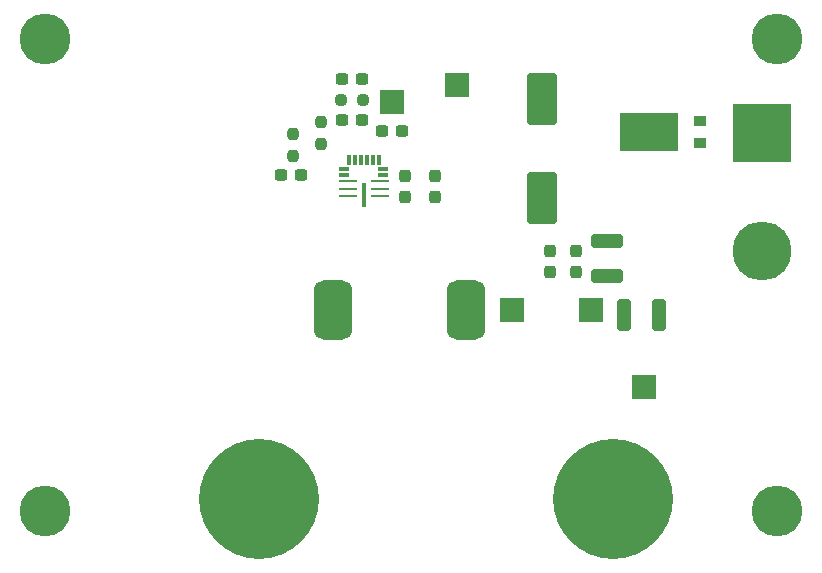
<source format=gbr>
%TF.GenerationSoftware,KiCad,Pcbnew,(6.0.8)*%
%TF.CreationDate,2023-02-10T11:33:07+01:00*%
%TF.ProjectId,power supply prototype,706f7765-7220-4737-9570-706c79207072,rev?*%
%TF.SameCoordinates,Original*%
%TF.FileFunction,Soldermask,Top*%
%TF.FilePolarity,Negative*%
%FSLAX46Y46*%
G04 Gerber Fmt 4.6, Leading zero omitted, Abs format (unit mm)*
G04 Created by KiCad (PCBNEW (6.0.8)) date 2023-02-10 11:33:07*
%MOMM*%
%LPD*%
G01*
G04 APERTURE LIST*
G04 Aperture macros list*
%AMRoundRect*
0 Rectangle with rounded corners*
0 $1 Rounding radius*
0 $2 $3 $4 $5 $6 $7 $8 $9 X,Y pos of 4 corners*
0 Add a 4 corners polygon primitive as box body*
4,1,4,$2,$3,$4,$5,$6,$7,$8,$9,$2,$3,0*
0 Add four circle primitives for the rounded corners*
1,1,$1+$1,$2,$3*
1,1,$1+$1,$4,$5*
1,1,$1+$1,$6,$7*
1,1,$1+$1,$8,$9*
0 Add four rect primitives between the rounded corners*
20,1,$1+$1,$2,$3,$4,$5,0*
20,1,$1+$1,$4,$5,$6,$7,0*
20,1,$1+$1,$6,$7,$8,$9,0*
20,1,$1+$1,$8,$9,$2,$3,0*%
G04 Aperture macros list end*
%ADD10R,1.000000X0.950000*%
%ADD11R,4.900000X3.200000*%
%ADD12RoundRect,0.237500X-0.237500X0.300000X-0.237500X-0.300000X0.237500X-0.300000X0.237500X0.300000X0*%
%ADD13R,2.000000X2.000000*%
%ADD14RoundRect,0.237500X0.237500X-0.300000X0.237500X0.300000X-0.237500X0.300000X-0.237500X-0.300000X0*%
%ADD15C,4.300000*%
%ADD16R,0.914400X0.304800*%
%ADD17R,1.498600X0.254000*%
%ADD18R,0.355600X1.999996*%
%ADD19R,0.304800X0.812800*%
%ADD20RoundRect,0.237500X-0.300000X-0.237500X0.300000X-0.237500X0.300000X0.237500X-0.300000X0.237500X0*%
%ADD21RoundRect,0.250000X-0.325000X-1.100000X0.325000X-1.100000X0.325000X1.100000X-0.325000X1.100000X0*%
%ADD22RoundRect,0.812500X-0.812500X-1.687500X0.812500X-1.687500X0.812500X1.687500X-0.812500X1.687500X0*%
%ADD23RoundRect,0.237500X0.300000X0.237500X-0.300000X0.237500X-0.300000X-0.237500X0.300000X-0.237500X0*%
%ADD24RoundRect,0.237500X0.250000X0.237500X-0.250000X0.237500X-0.250000X-0.237500X0.250000X-0.237500X0*%
%ADD25RoundRect,0.250000X-1.000000X1.950000X-1.000000X-1.950000X1.000000X-1.950000X1.000000X1.950000X0*%
%ADD26RoundRect,0.237500X-0.237500X0.250000X-0.237500X-0.250000X0.237500X-0.250000X0.237500X0.250000X0*%
%ADD27R,5.000000X5.000000*%
%ADD28O,5.000000X5.000000*%
%ADD29RoundRect,0.250000X1.100000X-0.325000X1.100000X0.325000X-1.100000X0.325000X-1.100000X-0.325000X0*%
%ADD30RoundRect,0.237500X0.237500X-0.250000X0.237500X0.250000X-0.237500X0.250000X-0.237500X-0.250000X0*%
%ADD31C,10.160000*%
G04 APERTURE END LIST*
D10*
%TO.C,Drpp1*%
X160450000Y-81870000D03*
X160450000Y-79930000D03*
D11*
X156100000Y-80900000D03*
%TD*%
D12*
%TO.C,Cbyp1*%
X135500000Y-84637500D03*
X135500000Y-86362500D03*
%TD*%
D13*
%TO.C,TP4*%
X134400000Y-78400000D03*
%TD*%
D14*
%TO.C,DNp*%
X147800000Y-92725000D03*
X147800000Y-91000000D03*
%TD*%
D15*
%TO.C,H2*%
X105000000Y-73000000D03*
%TD*%
D16*
%TO.C,U1*%
X130358601Y-84049996D03*
X130358601Y-84549997D03*
D17*
X130650700Y-85050000D03*
X130650700Y-85699999D03*
X130650700Y-86350001D03*
D18*
X132000000Y-86225005D03*
D17*
X133349300Y-86350013D03*
X133349300Y-85699999D03*
X133349300Y-85050013D03*
D16*
X133641399Y-84549997D03*
X133641399Y-84049996D03*
D19*
X133250000Y-83293600D03*
X132750001Y-83293600D03*
X132250000Y-83293600D03*
X131750000Y-83293600D03*
X131249999Y-83293600D03*
X130750000Y-83293600D03*
%TD*%
D20*
%TO.C,Cc1*%
X130137500Y-76400000D03*
X131862500Y-76400000D03*
%TD*%
D21*
%TO.C,Cout3*%
X154050000Y-96400000D03*
X157000000Y-96400000D03*
%TD*%
D15*
%TO.C,H1*%
X167000000Y-113000000D03*
%TD*%
D22*
%TO.C,L1*%
X129350000Y-96000000D03*
X140650000Y-96000000D03*
%TD*%
D13*
%TO.C,TP1*%
X139900000Y-76900000D03*
%TD*%
D15*
%TO.C,H3*%
X167000000Y-73000000D03*
%TD*%
D23*
%TO.C,CF1*%
X131862500Y-79900000D03*
X130137500Y-79900000D03*
%TD*%
D24*
%TO.C,RCOMP1*%
X131912500Y-78200000D03*
X130087500Y-78200000D03*
%TD*%
D13*
%TO.C,TP5*%
X144500000Y-96000000D03*
%TD*%
%TO.C,TP3*%
X155750000Y-102500000D03*
%TD*%
D25*
%TO.C,CSup2*%
X147100000Y-78100000D03*
X147100000Y-86500000D03*
%TD*%
D20*
%TO.C,CBIAS1*%
X133500000Y-80800000D03*
X135225000Y-80800000D03*
%TD*%
D13*
%TO.C,TP2*%
X151200000Y-96000000D03*
%TD*%
D15*
%TO.C,H4*%
X105000000Y-113000000D03*
%TD*%
D20*
%TO.C,Cbst1*%
X124975000Y-84500000D03*
X126700000Y-84500000D03*
%TD*%
D26*
%TO.C,R_RST1*%
X126000000Y-81087500D03*
X126000000Y-82912500D03*
%TD*%
D27*
%TO.C,XT60_1*%
X165700000Y-81000000D03*
D28*
X165700000Y-91000000D03*
%TD*%
D14*
%TO.C,DNP*%
X150000000Y-92725000D03*
X150000000Y-91000000D03*
%TD*%
D12*
%TO.C,Csup1*%
X138000000Y-84637500D03*
X138000000Y-86362500D03*
%TD*%
D29*
%TO.C,Cout1*%
X152600000Y-93075000D03*
X152600000Y-90125000D03*
%TD*%
D30*
%TO.C,R_OSC1*%
X128400000Y-81912500D03*
X128400000Y-80087500D03*
%TD*%
D31*
%TO.C,J1*%
X123130000Y-112000000D03*
X153100000Y-112000000D03*
%TD*%
M02*

</source>
